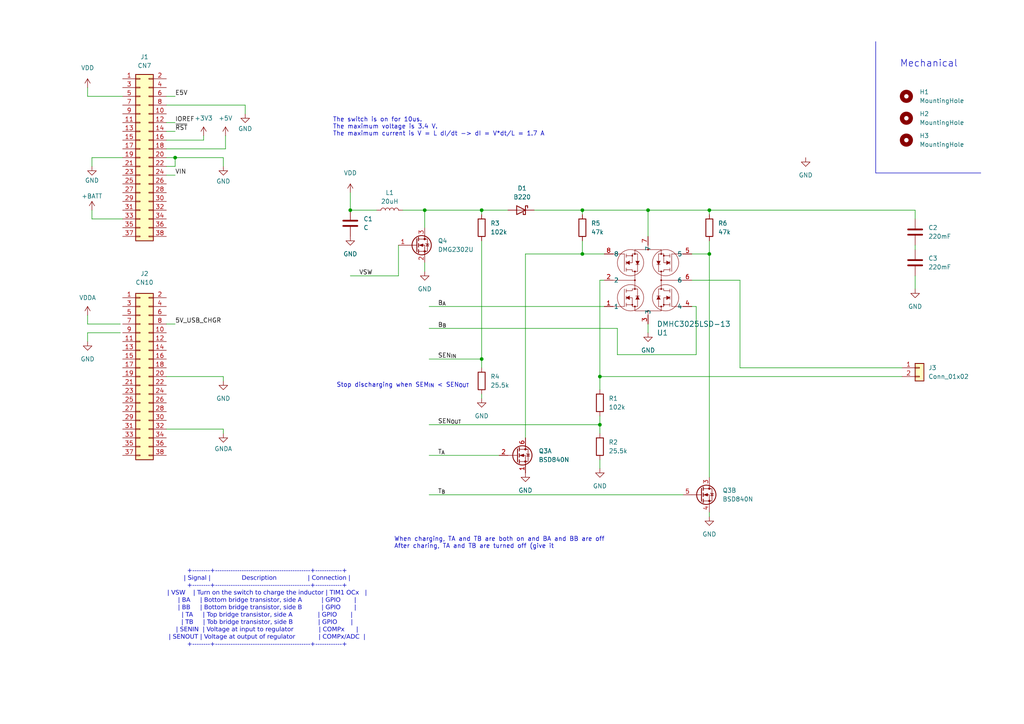
<source format=kicad_sch>
(kicad_sch (version 20250114) (generator "eeschema") (generator_version "9.0")
  (paper "A4")
  (lib_symbols
    (symbol "Connector_Generic:Conn_01x02" (pin_names (offset 1.016) (hide yes))
      (property "Reference" "J" (at 0 2.54 0))
      (property "Value" "Conn_01x02" (at 0 -5.08 0))
      (symbol "Conn_01x02_1_1"
        (rectangle (start -1.27 1.27) (end 1.27 -3.81) (stroke (width 0.254)) (fill (type background)))
        (rectangle (start -1.27 0.127) (end 0 -0.127) (stroke (width 0.1524)))
        (rectangle (start -1.27 -2.413) (end 0 -2.667) (stroke (width 0.1524)))
        (pin passive line (at -5.08 0 0) (length 3.81) (name "Pin_1") (number "1"))
        (pin passive line (at -5.08 -2.54 0) (length 3.81) (name "Pin_2") (number "2"))
      )
    )
    (symbol "Connector_Generic:Conn_02x19_Odd_Even" (pin_names (offset 1.016) (hide yes))
      (property "Reference" "J" (at 1.27 25.4 0))
      (property "Value" "Conn_02x19_Odd_Even" (at 1.27 -25.4 0))
      (symbol "Conn_02x19_Odd_Even_1_1"
        (rectangle (start -1.27 24.13) (end 3.81 -24.13) (stroke (width 0.254)) (fill (type background)))
        (rectangle (start -1.27 22.987) (end 0 22.733) (stroke (width 0.1524)))
        (rectangle (start -1.27 20.447) (end 0 20.193) (stroke (width 0.1524)))
        (rectangle (start -1.27 17.907) (end 0 17.653) (stroke (width 0.1524)))
        (rectangle (start -1.27 15.367) (end 0 15.113) (stroke (width 0.1524)))
        (rectangle (start -1.27 12.827) (end 0 12.573) (stroke (width 0.1524)))
        (rectangle (start -1.27 10.287) (end 0 10.033) (stroke (width 0.1524)))
        (rectangle (start -1.27 7.747) (end 0 7.493) (stroke (width 0.1524)))
        (rectangle (start -1.27 5.207) (end 0 4.953) (stroke (width 0.1524)))
        (rectangle (start -1.27 2.667) (end 0 2.413) (stroke (width 0.1524)))
        (rectangle (start -1.27 0.127) (end 0 -0.127) (stroke (width 0.1524)))
        (rectangle (start -1.27 -2.413) (end 0 -2.667) (stroke (width 0.1524)))
        (rectangle (start -1.27 -4.953) (end 0 -5.207) (stroke (width 0.1524)))
        (rectangle (start -1.27 -7.493) (end 0 -7.747) (stroke (width 0.1524)))
        (rectangle (start -1.27 -10.033) (end 0 -10.287) (stroke (width 0.1524)))
        (rectangle (start -1.27 -12.573) (end 0 -12.827) (stroke (width 0.1524)))
        (rectangle (start -1.27 -15.113) (end 0 -15.367) (stroke (width 0.1524)))
        (rectangle (start -1.27 -17.653) (end 0 -17.907) (stroke (width 0.1524)))
        (rectangle (start -1.27 -20.193) (end 0 -20.447) (stroke (width 0.1524)))
        (rectangle (start -1.27 -22.733) (end 0 -22.987) (stroke (width 0.1524)))
        (rectangle (start 3.81 22.987) (end 2.54 22.733) (stroke (width 0.1524)))
        (rectangle (start 3.81 20.447) (end 2.54 20.193) (stroke (width 0.1524)))
        (rectangle (start 3.81 17.907) (end 2.54 17.653) (stroke (width 0.1524)))
        (rectangle (start 3.81 15.367) (end 2.54 15.113) (stroke (width 0.1524)))
        (rectangle (start 3.81 12.827) (end 2.54 12.573) (stroke (width 0.1524)))
        (rectangle (start 3.81 10.287) (end 2.54 10.033) (stroke (width 0.1524)))
        (rectangle (start 3.81 7.747) (end 2.54 7.493) (stroke (width 0.1524)))
        (rectangle (start 3.81 5.207) (end 2.54 4.953) (stroke (width 0.1524)))
        (rectangle (start 3.81 2.667) (end 2.54 2.413) (stroke (width 0.1524)))
        (rectangle (start 3.81 0.127) (end 2.54 -0.127) (stroke (width 0.1524)))
        (rectangle (start 3.81 -2.413) (end 2.54 -2.667) (stroke (width 0.1524)))
        (rectangle (start 3.81 -4.953) (end 2.54 -5.207) (stroke (width 0.1524)))
        (rectangle (start 3.81 -7.493) (end 2.54 -7.747) (stroke (width 0.1524)))
        (rectangle (start 3.81 -10.033) (end 2.54 -10.287) (stroke (width 0.1524)))
        (rectangle (start 3.81 -12.573) (end 2.54 -12.827) (stroke (width 0.1524)))
        (rectangle (start 3.81 -15.113) (end 2.54 -15.367) (stroke (width 0.1524)))
        (rectangle (start 3.81 -17.653) (end 2.54 -17.907) (stroke (width 0.1524)))
        (rectangle (start 3.81 -20.193) (end 2.54 -20.447) (stroke (width 0.1524)))
        (rectangle (start 3.81 -22.733) (end 2.54 -22.987) (stroke (width 0.1524)))
        (pin passive line (at -5.08 22.86 0) (length 3.81) (name "Pin_1") (number "1"))
        (pin passive line (at -5.08 20.32 0) (length 3.81) (name "Pin_3") (number "3"))
        (pin passive line (at -5.08 17.78 0) (length 3.81) (name "Pin_5") (number "5"))
        (pin passive line (at -5.08 15.24 0) (length 3.81) (name "Pin_7") (number "7"))
        (pin passive line (at -5.08 12.7 0) (length 3.81) (name "Pin_9") (number "9"))
        (pin passive line (at -5.08 10.16 0) (length 3.81) (name "Pin_11") (number "11"))
        (pin passive line (at -5.08 7.62 0) (length 3.81) (name "Pin_13") (number "13"))
        (pin passive line (at -5.08 5.08 0) (length 3.81) (name "Pin_15") (number "15"))
        (pin passive line (at -5.08 2.54 0) (length 3.81) (name "Pin_17") (number "17"))
        (pin passive line (at -5.08 0 0) (length 3.81) (name "Pin_19") (number "19"))
        (pin passive line (at -5.08 -2.54 0) (length 3.81) (name "Pin_21") (number "21"))
        (pin passive line (at -5.08 -5.08 0) (length 3.81) (name "Pin_23") (number "23"))
        (pin passive line (at -5.08 -7.62 0) (length 3.81) (name "Pin_25") (number "25"))
        (pin passive line (at -5.08 -10.16 0) (length 3.81) (name "Pin_27") (number "27"))
        (pin passive line (at -5.08 -12.7 0) (length 3.81) (name "Pin_29") (number "29"))
        (pin passive line (at -5.08 -15.24 0) (length 3.81) (name "Pin_31") (number "31"))
        (pin passive line (at -5.08 -17.78 0) (length 3.81) (name "Pin_33") (number "33"))
        (pin passive line (at -5.08 -20.32 0) (length 3.81) (name "Pin_35") (number "35"))
        (pin passive line (at -5.08 -22.86 0) (length 3.81) (name "Pin_37") (number "37"))
        (pin passive line (at 7.62 22.86 180) (length 3.81) (name "Pin_2") (number "2"))
        (pin passive line (at 7.62 20.32 180) (length 3.81) (name "Pin_4") (number "4"))
        (pin passive line (at 7.62 17.78 180) (length 3.81) (name "Pin_6") (number "6"))
        (pin passive line (at 7.62 15.24 180) (length 3.81) (name "Pin_8") (number "8"))
        (pin passive line (at 7.62 12.7 180) (length 3.81) (name "Pin_10") (number "10"))
        (pin passive line (at 7.62 10.16 180) (length 3.81) (name "Pin_12") (number "12"))
        (pin passive line (at 7.62 7.62 180) (length 3.81) (name "Pin_14") (number "14"))
        (pin passive line (at 7.62 5.08 180) (length 3.81) (name "Pin_16") (number "16"))
        (pin passive line (at 7.62 2.54 180) (length 3.81) (name "Pin_18") (number "18"))
        (pin passive line (at 7.62 0 180) (length 3.81) (name "Pin_20") (number "20"))
        (pin passive line (at 7.62 -2.54 180) (length 3.81) (name "Pin_22") (number "22"))
        (pin passive line (at 7.62 -5.08 180) (length 3.81) (name "Pin_24") (number "24"))
        (pin passive line (at 7.62 -7.62 180) (length 3.81) (name "Pin_26") (number "26"))
        (pin passive line (at 7.62 -10.16 180) (length 3.81) (name "Pin_28") (number "28"))
        (pin passive line (at 7.62 -12.7 180) (length 3.81) (name "Pin_30") (number "30"))
        (pin passive line (at 7.62 -15.24 180) (length 3.81) (name "Pin_32") (number "32"))
        (pin passive line (at 7.62 -17.78 180) (length 3.81) (name "Pin_34") (number "34"))
        (pin passive line (at 7.62 -20.32 180) (length 3.81) (name "Pin_36") (number "36"))
        (pin passive line (at 7.62 -22.86 180) (length 3.81) (name "Pin_38") (number "38"))
      )
    )
    (symbol "Device:C" (pin_numbers (hide yes)) (pin_names (offset 0.254))
      (property "Reference" "C" (at 0.635 2.54 0))
      (property "Value" "C" (at 0.635 -2.54 0))
      (symbol "C_0_1"
        (polyline (pts (xy -2.032 0.762) (xy 2.032 0.762)) (stroke (width 0.508)))
        (polyline (pts (xy -2.032 -0.762) (xy 2.032 -0.762)) (stroke (width 0.508)))
      )
      (symbol "C_1_1"
        (pin passive line (at 0 3.81 270) (length 2.794) (name "~") (number "1"))
        (pin passive line (at 0 -3.81 90) (length 2.794) (name "~") (number "2"))
      )
    )
    (symbol "Device:L" (pin_numbers (hide yes)) (pin_names (offset 1.016) (hide yes))
      (property "Reference" "L" (at -1.27 0 90))
      (property "Value" "L" (at 1.905 0 90))
      (symbol "L_0_1"
        (arc (start 0 2.54) (mid 0.6323 1.905) (end 0 1.27))
        (arc (start 0 1.27) (mid 0.6323 0.635) (end 0 0))
        (arc (start 0 0) (mid 0.6323 -0.635) (end 0 -1.27))
        (arc (start 0 -1.27) (mid 0.6323 -1.905) (end 0 -2.54))
      )
      (symbol "L_1_1"
        (pin passive line (at 0 3.81 270) (length 1.27) (name "1") (number "1"))
        (pin passive line (at 0 -3.81 90) (length 1.27) (name "2") (number "2"))
      )
    )
    (symbol "Device:R" (pin_numbers (hide yes)) (pin_names (offset 0))
      (property "Reference" "R" (at 2.032 0 90))
      (property "Value" "R" (at 0 0 90))
      (symbol "R_0_1"
        (rectangle (start -1.016 -2.54) (end 1.016 2.54) (stroke (width 0.254)))
      )
      (symbol "R_1_1"
        (pin passive line (at 0 3.81 270) (length 1.27) (name "~") (number "1"))
        (pin passive line (at 0 -3.81 90) (length 1.27) (name "~") (number "2"))
      )
    )
    (symbol "Diode:B220" (pin_numbers (hide yes)) (pin_names (offset 1.016) (hide yes))
      (property "Reference" "D" (at 0 2.54 0))
      (property "Value" "B220" (at 0 -2.54 0))
      (symbol "B220_0_1"
        (polyline (pts (xy -1.905 0.635) (xy -1.905 1.27) (xy -1.27 1.27) (xy -1.27 -1.27) (xy -0.635 -1.27) (xy -0.635 -0.635)) (stroke (width 0.254)))
        (polyline (pts (xy 1.27 1.27) (xy 1.27 -1.27) (xy -1.27 0) (xy 1.27 1.27)) (stroke (width 0.254)))
        (polyline (pts (xy 1.27 0) (xy -1.27 0)))
      )
      (symbol "B220_1_1"
        (pin passive line (at -3.81 0 0) (length 2.54) (name "K") (number "1"))
        (pin passive line (at 3.81 0 180) (length 2.54) (name "A") (number "2"))
      )
    )
    (symbol "Mechanical:MountingHole" (pin_names (offset 1.016))
      (property "Reference" "H" (at 0 5.08 0))
      (property "Value" "MountingHole" (at 0 3.175 0))
      (symbol "MountingHole_0_1"
        (circle (center 0 0) (radius 1.27) (stroke (width 1.27)))
      )
    )
    (symbol "Transistor_FET:BSD840N" (pin_names (hide yes))
      (property "Reference" "Q" (at 5.08 1.905 0))
      (property "Value" "BSD840N" (at 5.08 0 0))
      (symbol "BSD840N_0_1"
        (polyline (pts (xy 0.254 1.905) (xy 0.254 -1.905)) (stroke (width 0.254)))
        (polyline (pts (xy 0.254 0) (xy -2.54 0)))
        (polyline (pts (xy 0.762 2.286) (xy 0.762 1.27)) (stroke (width 0.254)))
        (polyline (pts (xy 0.762 0.508) (xy 0.762 -0.508)) (stroke (width 0.254)))
        (polyline (pts (xy 0.762 -1.27) (xy 0.762 -2.286)) (stroke (width 0.254)))
        (polyline (pts (xy 0.762 -1.778) (xy 3.302 -1.778) (xy 3.302 1.778) (xy 0.762 1.778)))
        (polyline (pts (xy 1.016 0) (xy 2.032 0.381) (xy 2.032 -0.381) (xy 1.016 0)) (fill (type outline)))
        (circle (center 1.651 0) (radius 2.794) (stroke (width 0.254)))
        (polyline (pts (xy 2.54 2.54) (xy 2.54 1.778)))
        (circle (center 2.54 1.778) (radius 0.254) (fill (type outline)))
        (circle (center 2.54 -1.778) (radius 0.254) (fill (type outline)))
        (polyline (pts (xy 2.54 -2.54) (xy 2.54 0) (xy 0.762 0)))
        (polyline (pts (xy 2.794 0.508) (xy 2.921 0.381) (xy 3.683 0.381) (xy 3.81 0.254)))
        (polyline (pts (xy 3.302 0.381) (xy 2.921 -0.254) (xy 3.683 -0.254) (xy 3.302 0.381)))
      )
      (symbol "BSD840N_1_1"
        (pin passive line (at -5.08 0 0) (length 2.54) (name "G") (number "2"))
        (pin passive line (at 2.54 5.08 270) (length 2.54) (name "D") (number "6"))
        (pin passive line (at 2.54 -5.08 90) (length 2.54) (name "S") (number "1"))
      )
      (symbol "BSD840N_2_1"
        (pin passive line (at -5.08 0 0) (length 2.54) (name "G") (number "5"))
        (pin passive line (at 2.54 5.08 270) (length 2.54) (name "D") (number "3"))
        (pin passive line (at 2.54 -5.08 90) (length 2.54) (name "S") (number "4"))
      )
    )
    (symbol "Transistor_FET:DMG2302U" (pin_names (hide yes))
      (property "Reference" "Q" (at 5.08 1.905 0))
      (property "Value" "DMG2302U" (at 5.08 0 0))
      (symbol "DMG2302U_0_1"
        (polyline (pts (xy 0.254 1.905) (xy 0.254 -1.905)) (stroke (width 0.254)))
        (polyline (pts (xy 0.254 0) (xy -2.54 0)))
        (polyline (pts (xy 0.762 2.286) (xy 0.762 1.27)) (stroke (width 0.254)))
        (polyline (pts (xy 0.762 0.508) (xy 0.762 -0.508)) (stroke (width 0.254)))
        (polyline (pts (xy 0.762 -1.27) (xy 0.762 -2.286)) (stroke (width 0.254)))
        (polyline (pts (xy 0.762 -1.778) (xy 3.302 -1.778) (xy 3.302 1.778) (xy 0.762 1.778)))
        (polyline (pts (xy 1.016 0) (xy 2.032 0.381) (xy 2.032 -0.381) (xy 1.016 0)) (fill (type outline)))
        (circle (center 1.651 0) (radius 2.794) (stroke (width 0.254)))
        (polyline (pts (xy 2.54 2.54) (xy 2.54 1.778)))
        (circle (center 2.54 1.778) (radius 0.254) (fill (type outline)))
        (circle (center 2.54 -1.778) (radius 0.254) (fill (type outline)))
        (polyline (pts (xy 2.54 -2.54) (xy 2.54 0) (xy 0.762 0)))
        (polyline (pts (xy 2.794 0.508) (xy 2.921 0.381) (xy 3.683 0.381) (xy 3.81 0.254)))
        (polyline (pts (xy 3.302 0.381) (xy 2.921 -0.254) (xy 3.683 -0.254) (xy 3.302 0.381)))
      )
      (symbol "DMG2302U_1_1"
        (pin input line (at -5.08 0 0) (length 2.54) (name "G") (number "1"))
        (pin passive line (at 2.54 5.08 270) (length 2.54) (name "D") (number "3"))
        (pin passive line (at 2.54 -5.08 90) (length 2.54) (name "S") (number "2"))
      )
    )
    (symbol "XSR:DMHC3025LSD-13" (pin_names (offset 0.254))
      (property "Reference" "Q" (at 17.018 -18.796 0))
      (property "Value" "DMHC3025LSD-13" (at 26.924 -21.082 0))
      (symbol "DMHC3025LSD-13_0_1"
        (polyline (pts (xy 2.54 -7.62) (xy 8.89 -7.62)) (stroke (width 0.127)))
        (polyline (pts (xy 2.54 -15.24) (xy 5.842 -15.24)) (stroke (width 0.127)))
        (polyline (pts (xy 5.842 0) (xy 2.54 0)) (stroke (width 0.127)))
        (polyline (pts (xy 5.842 0) (xy 5.842 -5.08)) (stroke (width 0.127)))
        (polyline (pts (xy 5.842 -15.24) (xy 5.842 -10.16)) (stroke (width 0.127)))
        (polyline (pts (xy 6.35 0) (xy 6.35 -1.016)) (stroke (width 0.127)))
        (polyline (pts (xy 6.35 -0.508) (xy 8.128 -0.508)) (stroke (width 0.127)))
        (polyline (pts (xy 6.35 -2.032) (xy 6.35 -3.048)) (stroke (width 0.127)))
        (polyline (pts (xy 6.35 -4.064) (xy 6.35 -5.08)) (stroke (width 0.127)))
        (polyline (pts (xy 6.35 -4.572) (xy 8.128 -4.572)) (stroke (width 0.127)))
        (polyline (pts (xy 6.35 -10.668) (xy 8.128 -10.668)) (stroke (width 0.127)))
        (polyline (pts (xy 6.35 -11.176) (xy 6.35 -10.16)) (stroke (width 0.127)))
        (polyline (pts (xy 6.35 -13.208) (xy 6.35 -12.192)) (stroke (width 0.127)))
        (polyline (pts (xy 6.35 -14.732) (xy 8.128 -14.732)) (stroke (width 0.127)))
        (polyline (pts (xy 6.35 -15.24) (xy 6.35 -14.224)) (stroke (width 0.127)))
        (polyline (pts (xy 7.366 -2.54) (xy 8.128 -2.54)) (stroke (width 0.127)))
        (polyline (pts (xy 7.366 -3.048) (xy 6.35 -2.54) (xy 7.366 -2.032)) (fill (type outline)))
        (polyline (pts (xy 7.366 -12.192) (xy 6.35 -12.7) (xy 7.366 -13.208)) (fill (type outline)))
        (polyline (pts (xy 7.366 -12.7) (xy 8.128 -12.7)) (stroke (width 0.127)))
        (circle (center 7.62 -2.54) (radius 3.81) (stroke (width 0.127)))
        (circle (center 7.62 -12.7) (radius 3.81) (stroke (width 0.127)))
        (polyline (pts (xy 8.128 0) (xy 8.128 -2.54)) (stroke (width 0.127)))
        (polyline (pts (xy 8.128 0) (xy 9.652 0)) (stroke (width 0.127)))
        (circle (center 8.128 -0.508) (radius 0.127) (stroke (width 0.254)))
        (polyline (pts (xy 8.128 -4.572) (xy 8.128 -5.08)) (stroke (width 0.127)))
        (polyline (pts (xy 8.128 -5.08) (xy 9.652 -5.08)) (stroke (width 0.127)))
        (polyline (pts (xy 8.128 -10.16) (xy 9.652 -10.16)) (stroke (width 0.127)))
        (polyline (pts (xy 8.128 -10.668) (xy 8.128 -10.16)) (stroke (width 0.127)))
        (circle (center 8.128 -14.732) (radius 0.127) (stroke (width 0.254)))
        (polyline (pts (xy 8.128 -15.24) (xy 8.128 -12.7)) (stroke (width 0.127)))
        (polyline (pts (xy 8.128 -15.24) (xy 9.652 -15.24)) (stroke (width 0.127)))
        (polyline (pts (xy 8.89 1.27) (xy 16.51 1.27)) (stroke (width 0.127)))
        (polyline (pts (xy 8.89 0) (xy 8.89 1.27)) (stroke (width 0.127)))
        (circle (center 8.89 0) (radius 0.127) (stroke (width 0.254)))
        (polyline (pts (xy 8.89 -5.08) (xy 8.89 -10.16)) (stroke (width 0.127)))
        (circle (center 8.89 -5.08) (radius 0.127) (stroke (width 0.254)))
        (circle (center 8.89 -7.62) (radius 0.127) (stroke (width 0.254)))
        (circle (center 8.89 -10.16) (radius 0.127) (stroke (width 0.254)))
        (polyline (pts (xy 8.89 -15.24) (xy 8.89 -16.51)) (stroke (width 0.127)))
        (circle (center 8.89 -15.24) (radius 0.127) (stroke (width 0.254)))
        (polyline (pts (xy 8.89 -16.51) (xy 16.51 -16.51)) (stroke (width 0.127)))
        (polyline (pts (xy 9.652 0) (xy 9.652 -2.032)) (stroke (width 0.127)))
        (polyline (pts (xy 9.652 -3.048) (xy 9.652 -5.08)) (stroke (width 0.127)))
        (polyline (pts (xy 9.652 -12.192) (xy 9.652 -10.16)) (stroke (width 0.127)))
        (polyline (pts (xy 9.652 -15.24) (xy 9.652 -13.208)) (stroke (width 0.127)))
        (polyline (pts (xy 10.16 -2.032) (xy 9.652 -3.048) (xy 9.144 -2.032)) (fill (type outline)))
        (polyline (pts (xy 10.16 -3.048) (xy 9.144 -3.048)) (stroke (width 0.127)))
        (polyline (pts (xy 10.16 -12.192) (xy 9.144 -12.192)) (stroke (width 0.127)))
        (polyline (pts (xy 10.16 -13.208) (xy 9.652 -12.192) (xy 9.144 -13.208)) (fill (type outline)))
        (polyline (pts (xy 12.7 1.27) (xy 12.7 2.54)) (stroke (width 0.127)))
        (circle (center 12.7 1.27) (radius 0.127) (stroke (width 0.254)))
        (circle (center 12.7 -16.51) (radius 0.127) (stroke (width 0.254)))
        (polyline (pts (xy 12.7 -17.78) (xy 12.7 -16.51)) (stroke (width 0.127)))
        (polyline (pts (xy 15.24 -2.032) (xy 15.748 -3.048) (xy 16.256 -2.032)) (fill (type outline)))
        (polyline (pts (xy 15.24 -3.048) (xy 16.256 -3.048)) (stroke (width 0.127)))
        (polyline (pts (xy 15.24 -12.192) (xy 16.256 -12.192)) (stroke (width 0.127)))
        (polyline (pts (xy 15.24 -13.208) (xy 15.748 -12.192) (xy 16.256 -13.208)) (fill (type outline)))
        (polyline (pts (xy 15.748 0) (xy 15.748 -2.032)) (stroke (width 0.127)))
        (polyline (pts (xy 15.748 -3.048) (xy 15.748 -5.08)) (stroke (width 0.127)))
        (polyline (pts (xy 15.748 -12.192) (xy 15.748 -10.16)) (stroke (width 0.127)))
        (polyline (pts (xy 15.748 -15.24) (xy 15.748 -13.208)) (stroke (width 0.127)))
        (polyline (pts (xy 16.51 1.27) (xy 16.51 0)) (stroke (width 0.127)))
        (circle (center 16.51 0) (radius 0.127) (stroke (width 0.254)))
        (polyline (pts (xy 16.51 -5.08) (xy 16.51 -10.16)) (stroke (width 0.127)))
        (circle (center 16.51 -5.08) (radius 0.127) (stroke (width 0.254)))
        (circle (center 16.51 -7.62) (radius 0.127) (stroke (width 0.254)))
        (circle (center 16.51 -10.16) (radius 0.127) (stroke (width 0.254)))
        (circle (center 16.51 -15.24) (radius 0.127) (stroke (width 0.254)))
        (polyline (pts (xy 16.51 -16.51) (xy 16.51 -15.24)) (stroke (width 0.127)))
        (polyline (pts (xy 17.272 0) (xy 15.748 0)) (stroke (width 0.127)))
        (polyline (pts (xy 17.272 0) (xy 17.272 -2.54)) (stroke (width 0.127)))
        (circle (center 17.272 -0.508) (radius 0.127) (stroke (width 0.254)))
        (polyline (pts (xy 17.272 -4.572) (xy 17.272 -5.08)) (stroke (width 0.127)))
        (polyline (pts (xy 17.272 -5.08) (xy 15.748 -5.08)) (stroke (width 0.127)))
        (polyline (pts (xy 17.272 -10.16) (xy 15.748 -10.16)) (stroke (width 0.127)))
        (polyline (pts (xy 17.272 -10.668) (xy 17.272 -10.16)) (stroke (width 0.127)))
        (circle (center 17.272 -14.732) (radius 0.127) (stroke (width 0.254)))
        (polyline (pts (xy 17.272 -15.24) (xy 15.748 -15.24)) (stroke (width 0.127)))
        (polyline (pts (xy 17.272 -15.24) (xy 17.272 -12.7)) (stroke (width 0.127)))
        (circle (center 17.78 -2.54) (radius 3.81) (stroke (width 0.127)))
        (circle (center 17.78 -12.7) (radius 3.81) (stroke (width 0.127)))
        (polyline (pts (xy 18.034 -2.54) (xy 17.272 -2.54)) (stroke (width 0.127)))
        (polyline (pts (xy 18.034 -3.048) (xy 19.05 -2.54) (xy 18.034 -2.032)) (fill (type outline)))
        (polyline (pts (xy 18.034 -12.192) (xy 19.05 -12.7) (xy 18.034 -13.208)) (fill (type outline)))
        (polyline (pts (xy 18.034 -12.7) (xy 17.272 -12.7)) (stroke (width 0.127)))
        (polyline (pts (xy 19.05 0) (xy 19.05 -1.016)) (stroke (width 0.127)))
        (polyline (pts (xy 19.05 -0.508) (xy 17.272 -0.508)) (stroke (width 0.127)))
        (polyline (pts (xy 19.05 -2.032) (xy 19.05 -3.048)) (stroke (width 0.127)))
        (polyline (pts (xy 19.05 -4.064) (xy 19.05 -5.08)) (stroke (width 0.127)))
        (polyline (pts (xy 19.05 -4.572) (xy 17.272 -4.572)) (stroke (width 0.127)))
        (polyline (pts (xy 19.05 -10.668) (xy 17.272 -10.668)) (stroke (width 0.127)))
        (polyline (pts (xy 19.05 -11.176) (xy 19.05 -10.16)) (stroke (width 0.127)))
        (polyline (pts (xy 19.05 -13.208) (xy 19.05 -12.192)) (stroke (width 0.127)))
        (polyline (pts (xy 19.05 -14.732) (xy 17.272 -14.732)) (stroke (width 0.127)))
        (polyline (pts (xy 19.05 -15.24) (xy 19.05 -14.224)) (stroke (width 0.127)))
        (polyline (pts (xy 19.558 0) (xy 19.558 -5.08)) (stroke (width 0.127)))
        (polyline (pts (xy 19.558 0) (xy 22.86 0)) (stroke (width 0.127)))
        (polyline (pts (xy 19.558 -15.24) (xy 19.558 -10.16)) (stroke (width 0.127)))
        (polyline (pts (xy 22.86 -7.62) (xy 16.51 -7.62)) (stroke (width 0.127)))
        (polyline (pts (xy 22.86 -15.24) (xy 19.558 -15.24)) (stroke (width 0.127)))
      )
      (symbol "DMHC3025LSD-13_1_1"
        (pin input line (at 0 0 0) (length 2.54) (name "8") (number "8"))
        (pin passive line (at 0 -7.62 0) (length 2.54) (name "2") (number "2"))
        (pin input line (at 0 -15.24 0) (length 2.54) (name "1") (number "1"))
        (pin passive line (at 12.7 5.08 270) (length 2.54) (name "7") (number "7"))
        (pin passive line (at 12.7 -20.32 90) (length 2.54) (name "3") (number "3"))
        (pin input line (at 25.4 0 180) (length 2.54) (name "5") (number "5"))
        (pin passive line (at 25.4 -7.62 180) (length 2.54) (name "6") (number "6"))
        (pin input line (at 25.4 -15.24 180) (length 2.54) (name "4") (number "4"))
      )
    )
    (symbol "power:+3V3" (power) (pin_names (offset 0))
      (property "Value" "+3V3" (at 0 3.556 0))
      (symbol "+3V3_0_1"
        (polyline (pts (xy -0.762 1.27) (xy 0 2.54)))
        (polyline (pts (xy 0 2.54) (xy 0.762 1.27)))
        (polyline (pts (xy 0 0) (xy 0 2.54)))
      )
      (symbol "+3V3_1_1"
        (pin power_in line (at 0 0 90) (length 0) (hide yes) (name "+3V3") (number "1"))
      )
    )
    (symbol "power:+5V" (power) (pin_names (offset 0))
      (property "Value" "+5V" (at 0 3.556 0))
      (symbol "+5V_0_1"
        (polyline (pts (xy -0.762 1.27) (xy 0 2.54)))
        (polyline (pts (xy 0 2.54) (xy 0.762 1.27)))
        (polyline (pts (xy 0 0) (xy 0 2.54)))
      )
      (symbol "+5V_1_1"
        (pin power_in line (at 0 0 90) (length 0) (hide yes) (name "+5V") (number "1"))
      )
    )
    (symbol "power:+BATT" (power) (pin_names (offset 0))
      (property "Value" "+BATT" (at 0 3.556 0))
      (symbol "+BATT_0_1"
        (polyline (pts (xy -0.762 1.27) (xy 0 2.54)))
        (polyline (pts (xy 0 2.54) (xy 0.762 1.27)))
        (polyline (pts (xy 0 0) (xy 0 2.54)))
      )
      (symbol "+BATT_1_1"
        (pin power_in line (at 0 0 90) (length 0) (hide yes) (name "+BATT") (number "1"))
      )
    )
    (symbol "power:GND" (power) (pin_names (offset 0))
      (property "Value" "GND" (at 0 -3.81 0))
      (symbol "GND_0_1"
        (polyline (pts (xy 0 0) (xy 0 -1.27) (xy 1.27 -1.27) (xy 0 -2.54) (xy -1.27 -1.27) (xy 0 -1.27)))
      )
      (symbol "GND_1_1"
        (pin power_in line (at 0 0 270) (length 0) (hide yes) (name "GND") (number "1"))
      )
    )
    (symbol "power:GNDA" (power) (pin_names (offset 0))
      (property "Value" "GNDA" (at 0 -3.81 0))
      (symbol "GNDA_0_1"
        (polyline (pts (xy 0 0) (xy 0 -1.27) (xy 1.27 -1.27) (xy 0 -2.54) (xy -1.27 -1.27) (xy 0 -1.27)))
      )
      (symbol "GNDA_1_1"
        (pin power_in line (at 0 0 270) (length 0) (hide yes) (name "GNDA") (number "1"))
      )
    )
    (symbol "power:VDD" (power) (pin_names (offset 0))
      (property "Value" "VDD" (at 0 3.81 0))
      (symbol "VDD_0_1"
        (polyline (pts (xy -0.762 1.27) (xy 0 2.54)))
        (polyline (pts (xy 0 2.54) (xy 0.762 1.27)))
        (polyline (pts (xy 0 0) (xy 0 2.54)))
      )
      (symbol "VDD_1_1"
        (pin power_in line (at 0 0 90) (length 0) (hide yes) (name "VDD") (number "1"))
      )
    )
    (symbol "power:VDDA" (power) (pin_names (offset 0))
      (property "Value" "VDDA" (at 0 3.81 0))
      (symbol "VDDA_0_1"
        (polyline (pts (xy -0.762 1.27) (xy 0 2.54)))
        (polyline (pts (xy 0 2.54) (xy 0.762 1.27)))
        (polyline (pts (xy 0 0) (xy 0 2.54)))
      )
      (symbol "VDDA_1_1"
        (pin power_in line (at 0 0 90) (length 0) (hide yes) (name "VDDA") (number "1"))
      )
    )
  )
  (text "Stop discharging when SEM_{IN} < SEN_{OUT}" (at 116.84 111.76 0) (effects (font (size 1.27 1.27))))
  (text "Mechanical\n" (at 260.985 19.685 0) (effects (font (size 2 2)) (justify left bottom)))
  (text "+--------+-------------------------------------------+------------+\n| Signal |                Description                | Connection |\n+--------+-------------------------------------------+------------+\n| VSW    | Turn on the switch to charge the inductor | TIM1 OCx   |\n| BA     | Bottom bridge transistor, side A          | GPIO       |\n| BB     | Bottom bridge transistor, side B          | GPIO       |\n| TA     | Top bridge transistor, side A             | GPIO       |\n| TB     | Tob bridge transistor, side B             | GPIO       |\n| SENIN  | Voltage at input to regulator             | COMPx      |\n| SENOUT | Voltage at output of regulator            | COMPx/ADC  |\n+--------+-------------------------------------------+------------+\n\n" (at 77.47 177.8 0) (effects (font (size 1.27 1.27))))
  (text "The switch is on for 10us.\nThe maximum voltage is 3.4 V.\nThe maximum current is V = L dI/dt -> dI = V*dt/L = 1.7 A" (at 96.52 36.83 0) (effects (font (size 1.27 1.27)) (justify left)))
  (text "When charging, TA and TB are both on and BA and BB are off\nAfter charing, TA and TB are turned off (give it " (at 114.3 157.48 0) (effects (font (size 1.27 1.27)) (justify left)))
  (junction (at 168.91 73.66))
  (junction (at 173.99 109.22))
  (junction (at 205.74 60.96))
  (junction (at 123.19 60.96))
  (junction (at 139.7 60.96))
  (junction (at 173.99 123.19))
  (junction (at 187.96 60.96))
  (junction (at 50.8 45.72))
  (junction (at 101.6 60.96))
  (junction (at 168.91 60.96))
  (junction (at 205.74 73.66))
  (junction (at 139.7 104.14))
  (wire (pts (xy 152.4 73.66) (xy 168.91 73.66)))
  (wire (pts (xy 124.46 132.08) (xy 144.78 132.08)))
  (wire (pts (xy 205.74 60.96) (xy 205.74 62.23)))
  (wire (pts (xy 139.7 69.85) (xy 139.7 104.14)))
  (wire (pts (xy 173.99 133.35) (xy 173.99 135.89)))
  (wire (pts (xy 101.6 60.96) (xy 109.22 60.96)))
  (wire (pts (xy 179.07 102.87) (xy 179.07 95.25)))
  (wire (pts (xy 205.74 60.96) (xy 265.43 60.96)))
  (wire (pts (xy 205.74 148.59) (xy 205.74 149.86)))
  (wire (pts (xy 48.26 35.56) (xy 50.8 35.56)))
  (wire (pts (xy 173.99 81.28) (xy 173.99 109.22)))
  (wire (pts (xy 71.12 30.48) (xy 48.26 30.48)))
  (wire (pts (xy 71.12 33.02) (xy 71.12 30.48)))
  (wire (pts (xy 48.26 27.94) (xy 50.8 27.94)))
  (wire (pts (xy 48.26 124.46) (xy 64.77 124.46)))
  (wire (pts (xy 64.77 124.46) (xy 64.77 125.73)))
  (wire (pts (xy 214.63 106.68) (xy 261.62 106.68)))
  (wire (pts (xy 101.6 55.88) (xy 101.6 60.96)))
  (wire (pts (xy 214.63 106.68) (xy 214.63 81.28)))
  (wire (pts (xy 175.26 81.28) (xy 173.99 81.28)))
  (wire (pts (xy 123.19 60.96) (xy 139.7 60.96)))
  (wire (pts (xy 205.74 69.85) (xy 205.74 73.66)))
  (wire (pts (xy 35.56 45.72) (xy 26.67 45.72)))
  (wire (pts (xy 123.19 60.96) (xy 123.19 66.04)))
  (wire (pts (xy 168.91 73.66) (xy 175.26 73.66)))
  (polyline (pts (xy 254 12.065) (xy 254 50.165)))
  (polyline (pts (xy 254 50.165) (xy 284.48 50.165)))
  (wire (pts (xy 26.67 45.72) (xy 26.67 48.26)))
  (wire (pts (xy 48.26 48.26) (xy 50.8 48.26)))
  (wire (pts (xy 50.8 48.26) (xy 50.8 45.72)))
  (wire (pts (xy 139.7 104.14) (xy 139.7 106.68)))
  (wire (pts (xy 265.43 80.01) (xy 265.43 83.82)))
  (wire (pts (xy 48.26 38.1) (xy 50.8 38.1)))
  (wire (pts (xy 187.96 60.96) (xy 205.74 60.96)))
  (wire (pts (xy 187.96 60.96) (xy 187.96 68.58)))
  (wire (pts (xy 101.6 80.01) (xy 115.57 80.01)))
  (wire (pts (xy 139.7 114.3) (xy 139.7 115.57)))
  (wire (pts (xy 64.77 109.22) (xy 64.77 110.49)))
  (wire (pts (xy 48.26 93.98) (xy 50.8 93.98)))
  (wire (pts (xy 124.46 104.14) (xy 139.7 104.14)))
  (wire (pts (xy 168.91 69.85) (xy 168.91 73.66)))
  (wire (pts (xy 139.7 60.96) (xy 147.32 60.96)))
  (wire (pts (xy 152.4 73.66) (xy 152.4 127)))
  (wire (pts (xy 154.94 60.96) (xy 168.91 60.96)))
  (wire (pts (xy 48.26 43.18) (xy 65.405 43.18)))
  (wire (pts (xy 65.405 43.18) (xy 65.405 39.37)))
  (wire (pts (xy 25.4 25.4) (xy 25.4 27.94)))
  (wire (pts (xy 25.4 93.98) (xy 34.925 93.98)))
  (wire (pts (xy 168.91 60.96) (xy 168.91 62.23)))
  (wire (pts (xy 187.96 93.98) (xy 187.96 96.52)))
  (wire (pts (xy 115.57 71.12) (xy 115.57 80.01)))
  (wire (pts (xy 124.46 95.25) (xy 179.07 95.25)))
  (wire (pts (xy 265.43 71.12) (xy 265.43 72.39)))
  (wire (pts (xy 123.19 76.2) (xy 123.19 78.74)))
  (wire (pts (xy 48.26 40.64) (xy 59.055 40.64)))
  (wire (pts (xy 59.055 40.64) (xy 59.055 39.37)))
  (wire (pts (xy 214.63 81.28) (xy 200.66 81.28)))
  (wire (pts (xy 168.91 60.96) (xy 187.96 60.96)))
  (wire (pts (xy 124.46 123.19) (xy 173.99 123.19)))
  (wire (pts (xy 201.93 88.9) (xy 201.93 102.87)))
  (wire (pts (xy 25.4 96.52) (xy 34.925 96.52)))
  (wire (pts (xy 25.4 96.52) (xy 25.4 99.06)))
  (wire (pts (xy 35.56 63.5) (xy 26.67 63.5)))
  (wire (pts (xy 173.99 109.22) (xy 173.99 113.03)))
  (wire (pts (xy 200.66 73.66) (xy 205.74 73.66)))
  (wire (pts (xy 139.7 60.96) (xy 139.7 62.23)))
  (wire (pts (xy 173.99 123.19) (xy 173.99 125.73)))
  (wire (pts (xy 173.99 109.22) (xy 261.62 109.22)))
  (wire (pts (xy 265.43 60.96) (xy 265.43 63.5)))
  (wire (pts (xy 200.66 88.9) (xy 201.93 88.9)))
  (wire (pts (xy 124.46 143.51) (xy 198.12 143.51)))
  (wire (pts (xy 64.77 109.22) (xy 48.26 109.22)))
  (wire (pts (xy 173.99 120.65) (xy 173.99 123.19)))
  (wire (pts (xy 25.4 27.94) (xy 35.56 27.94)))
  (wire (pts (xy 124.46 88.9) (xy 175.26 88.9)))
  (wire (pts (xy 201.93 102.87) (xy 179.07 102.87)))
  (wire (pts (xy 205.74 73.66) (xy 205.74 138.43)))
  (wire (pts (xy 26.67 60.96) (xy 26.67 63.5)))
  (wire (pts (xy 116.84 60.96) (xy 123.19 60.96)))
  (wire (pts (xy 25.4 91.44) (xy 25.4 93.98)))
  (wire (pts (xy 48.26 50.8) (xy 50.8 50.8)))
  (wire (pts (xy 48.26 45.72) (xy 50.8 45.72)))
  (wire (pts (xy 50.8 45.72) (xy 64.77 45.72)))
  (wire (pts (xy 64.77 45.72) (xy 64.77 48.26)))
  (label "T_{B}" (at 127 143.51 0))
  (label "~{RST}" (at 50.8 38.1 0))
  (label "SEN_{IN}" (at 127 104.14 0))
  (label "T_{A}" (at 127 132.08 0))
  (label "VIN" (at 50.8 50.8 0))
  (label "B_{B}" (at 127 95.25 0))
  (label "E5V" (at 50.8 27.94 0))
  (label "VSW" (at 104.14 80.01 0))
  (label "B_{A}" (at 127 88.9 0))
  (label "IOREF" (at 50.8 35.56 0))
  (label "5V_USB_CHGR" (at 50.8 93.98 0))
  (label "SEN_{OUT}" (at 127 123.19 0))
  (symbol (lib_id "Device:R") (at 139.7 110.49 0) (unit 1)
    (property "Reference" "R4" (at 142.24 109.2199 0) (effects (justify left)))
    (property "Value" "25.5k" (at 142.24 111.7599 0) (effects (justify left)))
    (property "Description" "Resistor" (effects (hide yes)))
  )
  (symbol (lib_id "Connector_Generic:Conn_02x19_Odd_Even") (at 40.64 45.72 0) (unit 1)
    (property "Reference" "J1" (at 41.91 16.51 0))
    (property "Value" "CN7" (at 41.91 19.05 0))
    (property "Footprint" "Connector_PinSocket_2.54mm:PinSocket_2x19_P2.54mm_Vertical" (effects (hide yes)))
  )
  (symbol (lib_id "power:GND") (at 64.77 48.26 0) (unit 1)
    (property "Reference" "#PWR0101" (effects (hide yes)))
    (property "Value" "GND" (at 64.77 52.578 0))
  )
  (symbol (lib_id "Mechanical:MountingHole") (at 262.89 34.29 0) (unit 1)
    (property "Reference" "H2" (at 266.7 33.0199 0) (effects (justify left)))
    (property "Value" "MountingHole" (at 266.7 35.5599 0) (effects (justify left)))
    (property "Footprint" "MountingHole:MountingHole_3.2mm_M3" (effects (hide yes)))
  )
  (symbol (lib_id "power:GND") (at 71.12 33.02 0) (unit 1)
    (property "Reference" "#PWR0107" (effects (hide yes)))
    (property "Value" "GND" (at 71.12 37.338 0))
  )
  (symbol (lib_id "Connector_Generic:Conn_01x02") (at 266.7 106.68 0) (unit 1)
    (property "Reference" "J3" (at 269.24 106.6799 0) (effects (justify left)))
    (property "Value" "Conn_01x02" (at 269.24 109.2199 0) (effects (justify left)))
    (property "Description" "Generic connector, single row, 01x02, script generated (kicad-library-utils/schlib/autogen/connector/)" (effects (hide yes)))
  )
  (symbol (lib_id "Mechanical:MountingHole") (at 262.89 40.64 0) (unit 1)
    (property "Reference" "H3" (at 266.7 39.3699 0) (effects (justify left)))
    (property "Value" "MountingHole" (at 266.7 41.9099 0) (effects (justify left)))
    (property "Footprint" "MountingHole:MountingHole_3.2mm_M3" (effects (hide yes)))
  )
  (symbol (lib_id "Device:C") (at 265.43 76.2 0) (unit 1)
    (property "Reference" "C3" (at 269.24 74.9299 0) (effects (justify left)))
    (property "Value" "220mF" (at 269.24 77.4699 0) (effects (justify left)))
    (property "Description" "Unpolarized capacitor" (effects (hide yes)))
  )
  (symbol (lib_id "power:VDDA") (at 25.4 91.44 0) (unit 1)
    (property "Reference" "#PWR0103" (effects (hide yes)))
    (property "Value" "VDDA" (at 25.4 86.36 0))
  )
  (symbol (lib_id "Mechanical:MountingHole") (at 262.89 27.94 0) (unit 1)
    (property "Reference" "H1" (at 266.7 26.6699 0) (effects (justify left)))
    (property "Value" "MountingHole" (at 266.7 29.2099 0) (effects (justify left)))
    (property "Footprint" "MountingHole:MountingHole_3.2mm_M3" (effects (hide yes)))
  )
  (symbol (lib_id "power:GND") (at 64.77 110.49 0) (unit 1)
    (property "Reference" "#PWR0105" (effects (hide yes)))
    (property "Value" "GND" (at 64.77 115.57 0))
  )
  (symbol (lib_id "power:VDD") (at 25.4 25.4 0) (unit 1)
    (property "Reference" "#PWR0109" (effects (hide yes)))
    (property "Value" "VDD" (at 25.4 19.685 0))
  )
  (symbol (lib_id "power:GND") (at 123.19 78.74 0) (unit 1)
    (property "Reference" "#PWR01" (effects (hide yes)))
    (property "Value" "GND" (at 123.19 83.82 0))
    (property "Description" "Power symbol creates a global label with name \"GND\" , ground" (effects (hide yes)))
  )
  (symbol (lib_id "Diode:B220") (at 151.13 60.96 0) (mirror y) (unit 1)
    (property "Reference" "D1" (at 151.4475 54.61 0))
    (property "Value" "B220" (at 151.4475 57.15 0))
    (property "Footprint" "Diode_SMD:D_SMB" (effects (hide yes)))
    (property "Datasheet" "http://www.jameco.com/Jameco/Products/ProdDS/1538777.pdf" (effects (hide yes)))
    (property "Description" "20V 2A Schottky Barrier Rectifier Diode, SMB" (effects (hide yes)))
  )
  (symbol (lib_id "power:VDD") (at 101.6 55.88 0) (unit 1)
    (property "Reference" "#PWR0112" (effects (hide yes)))
    (property "Value" "VDD" (at 101.6 50.165 0))
  )
  (symbol (lib_id "power:+5V") (at 65.405 39.37 0) (unit 1)
    (property "Reference" "#PWR0108" (effects (hide yes)))
    (property "Value" "+5V" (at 65.405 34.29 0))
  )
  (symbol (lib_id "power:GND") (at 173.99 135.89 0) (unit 1)
    (property "Reference" "#PWR03" (effects (hide yes)))
    (property "Value" "GND" (at 173.99 140.97 0))
    (property "Description" "Power symbol creates a global label with name \"GND\" , ground" (effects (hide yes)))
  )
  (symbol (lib_id "power:+BATT") (at 26.67 60.96 0) (unit 1)
    (property "Reference" "#PWR0111" (effects (hide yes)))
    (property "Value" "+BATT" (at 26.67 56.896 0))
  )
  (symbol (lib_id "power:GND") (at 187.96 96.52 0) (unit 1)
    (property "Reference" "#PWR06" (effects (hide yes)))
    (property "Value" "GND" (at 187.96 101.6 0))
    (property "Description" "Power symbol creates a global label with name \"GND\" , ground" (effects (hide yes)))
  )
  (symbol (lib_id "power:GND") (at 205.74 149.86 0) (unit 1)
    (property "Reference" "#PWR08" (effects (hide yes)))
    (property "Value" "GND" (at 205.74 154.94 0))
    (property "Description" "Power symbol creates a global label with name \"GND\" , ground" (effects (hide yes)))
  )
  (symbol (lib_id "Transistor_FET:DMG2302U") (at 120.65 71.12 0) (unit 1)
    (property "Reference" "Q4" (at 127 69.8499 0) (effects (justify left)))
    (property "Value" "DMG2302U" (at 127 72.3899 0) (effects (justify left)))
    (property "Footprint" "Package_TO_SOT_SMD:SOT-23" (effects (hide yes)))
    (property "Datasheet" "http://www.diodes.com/assets/Datasheets/DMG2302U.pdf" (effects (hide yes)))
    (property "Description" "4.2A Id, 20V Vds, N-Channel MOSFET, SOT-23" (effects (hide yes)))
  )
  (symbol (lib_id "Device:L") (at 113.03 60.96 90) (unit 1)
    (property "Reference" "L1" (at 113.03 55.88 90))
    (property "Value" "20uH" (at 113.03 58.42 90))
    (property "Description" "Inductor" (effects (hide yes)))
  )
  (symbol (lib_id "Transistor_FET:BSD840N") (at 149.86 132.08 0) (unit 1)
    (property "Reference" "Q3" (at 156.21 130.8099 0) (effects (justify left)))
    (property "Value" "BSD840N" (at 156.21 133.3499 0) (effects (justify left)))
    (property "Footprint" "Package_TO_SOT_SMD:SOT-363_SC-70-6" (effects (hide yes)))
    (property "Datasheet" "https://www.infineon.com/dgdl/BSD840N_Rev2%204.pdf?fileId=db3a30431b0626df011b12b4486c7c02" (effects (hide yes)))
    (property "Description" "0.88A Id, 20V Vds, Dual N-Channel MOSFET, 560mOhm Ron at 1.8V Vgs (ultra logic level), SOT-363" (effects (hide yes)))
  )
  (symbol (lib_id "power:GND") (at 101.6 68.58 0) (unit 1)
    (property "Reference" "#PWR09" (effects (hide yes)))
    (property "Value" "GND" (at 101.6 73.66 0))
    (property "Description" "Power symbol creates a global label with name \"GND\" , ground" (effects (hide yes)))
  )
  (symbol (lib_id "Device:R") (at 205.74 66.04 0) (unit 1)
    (property "Reference" "R6" (at 208.28 64.7699 0) (effects (justify left)))
    (property "Value" "47k" (at 208.28 67.3099 0) (effects (justify left)))
    (property "Description" "Resistor" (effects (hide yes)))
  )
  (symbol (lib_id "power:+3V3") (at 59.055 39.37 0) (unit 1)
    (property "Reference" "#PWR0106" (effects (hide yes)))
    (property "Value" "+3V3" (at 59.055 34.29 0))
  )
  (symbol (lib_id "power:GND") (at 26.67 48.26 0) (unit 1)
    (property "Reference" "#PWR0110" (effects (hide yes)))
    (property "Value" "GND" (at 26.67 52.324 0))
  )
  (symbol (lib_id "Device:R") (at 139.7 66.04 0) (unit 1)
    (property "Reference" "R3" (at 142.24 64.7699 0) (effects (justify left)))
    (property "Value" "102k" (at 142.24 67.3099 0) (effects (justify left)))
    (property "Description" "Resistor" (effects (hide yes)))
  )
  (symbol (lib_id "Device:R") (at 173.99 129.54 0) (unit 1)
    (property "Reference" "R2" (at 176.53 128.2699 0) (effects (justify left)))
    (property "Value" "25.5k" (at 176.53 130.8099 0) (effects (justify left)))
    (property "Description" "Resistor" (effects (hide yes)))
  )
  (symbol (lib_id "XSR:DMHC3025LSD-13") (at 175.26 73.66 0) (unit 1)
    (property "Reference" "U1" (at 190.5 96.52 0) (effects (font (size 1.524 1.524)) (justify left)))
    (property "Value" "DMHC3025LSD-13" (at 190.5 93.98 0) (effects (font (size 1.524 1.524)) (justify left)))
    (property "Footprint" "soic127p610x495-8n" (effects (hide yes)))
    (property "Datasheet" "https://www.diodes.com/assets/Datasheets/DMHC3025LSD.pdf" (effects (hide yes)))
  )
  (symbol (lib_id "Device:C") (at 101.6 64.77 0) (unit 1)
    (property "Reference" "C1" (at 105.41 63.4999 0) (effects (justify left)))
    (property "Value" "C" (at 105.41 66.0399 0) (effects (justify left)))
    (property "Description" "Unpolarized capacitor" (effects (hide yes)))
  )
  (symbol (lib_id "power:GND") (at 265.43 83.82 0) (unit 1)
    (property "Reference" "#PWR010" (effects (hide yes)))
    (property "Value" "GND" (at 265.43 88.9 0))
    (property "Description" "Power symbol creates a global label with name \"GND\" , ground" (effects (hide yes)))
  )
  (symbol (lib_id "Connector_Generic:Conn_02x19_Odd_Even") (at 40.64 109.22 0) (unit 1)
    (property "Reference" "J2" (at 41.91 79.375 0))
    (property "Value" "CN10" (at 41.91 81.915 0))
    (property "Footprint" "Connector_PinSocket_2.54mm:PinSocket_2x19_P2.54mm_Vertical" (effects (hide yes)))
  )
  (symbol (lib_id "Transistor_FET:BSD840N") (at 203.2 143.51 0) (unit 2)
    (property "Reference" "Q3" (at 209.55 142.2399 0) (effects (justify left)))
    (property "Value" "BSD840N" (at 209.55 144.7799 0) (effects (justify left)))
    (property "Footprint" "Package_TO_SOT_SMD:SOT-363_SC-70-6" (effects (hide yes)))
    (property "Datasheet" "https://www.infineon.com/dgdl/BSD840N_Rev2%204.pdf?fileId=db3a30431b0626df011b12b4486c7c02" (effects (hide yes)))
    (property "Description" "0.88A Id, 20V Vds, Dual N-Channel MOSFET, 560mOhm Ron at 1.8V Vgs (ultra logic level), SOT-363" (effects (hide yes)))
  )
  (symbol (lib_id "Device:R") (at 168.91 66.04 0) (unit 1)
    (property "Reference" "R5" (at 171.45 64.7699 0) (effects (justify left)))
    (property "Value" "47k" (at 171.45 67.3099 0) (effects (justify left)))
    (property "Description" "Resistor" (effects (hide yes)))
  )
  (symbol (lib_id "power:GND") (at 152.4 137.16 0) (unit 1)
    (property "Reference" "#PWR07" (effects (hide yes)))
    (property "Value" "GND" (at 152.4 142.24 0))
    (property "Description" "Power symbol creates a global label with name \"GND\" , ground" (effects (hide yes)))
  )
  (symbol (lib_id "power:GND") (at 233.68 45.72 0) (unit 1)
    (property "Reference" "#PWR05" (effects (hide yes)))
    (property "Value" "GND" (at 233.68 50.8 0))
    (property "Description" "Power symbol creates a global label with name \"GND\" , ground" (effects (hide yes)))
  )
  (symbol (lib_id "power:GND") (at 25.4 99.06 0) (unit 1)
    (property "Reference" "#PWR0102" (effects (hide yes)))
    (property "Value" "GND" (at 25.4 104.14 0))
  )
  (symbol (lib_id "power:GND") (at 139.7 115.57 0) (unit 1)
    (property "Reference" "#PWR02" (effects (hide yes)))
    (property "Value" "GND" (at 139.7 120.65 0))
    (property "Description" "Power symbol creates a global label with name \"GND\" , ground" (effects (hide yes)))
  )
  (symbol (lib_id "power:GNDA") (at 64.77 125.73 0) (unit 1)
    (property "Reference" "#PWR0104" (effects (hide yes)))
    (property "Value" "GNDA" (at 64.77 130.175 0))
  )
  (symbol (lib_id "Device:R") (at 173.99 116.84 0) (unit 1)
    (property "Reference" "R1" (at 176.53 115.5699 0) (effects (justify left)))
    (property "Value" "102k" (at 176.53 118.1099 0) (effects (justify left)))
    (property "Description" "Resistor" (effects (hide yes)))
  )
  (symbol (lib_id "Device:C") (at 265.43 67.31 0) (unit 1)
    (property "Reference" "C2" (at 269.24 66.0399 0) (effects (justify left)))
    (property "Value" "220mF" (at 269.24 68.5799 0) (effects (justify left)))
    (property "Description" "Unpolarized capacitor" (effects (hide yes)))
  )
)
</source>
